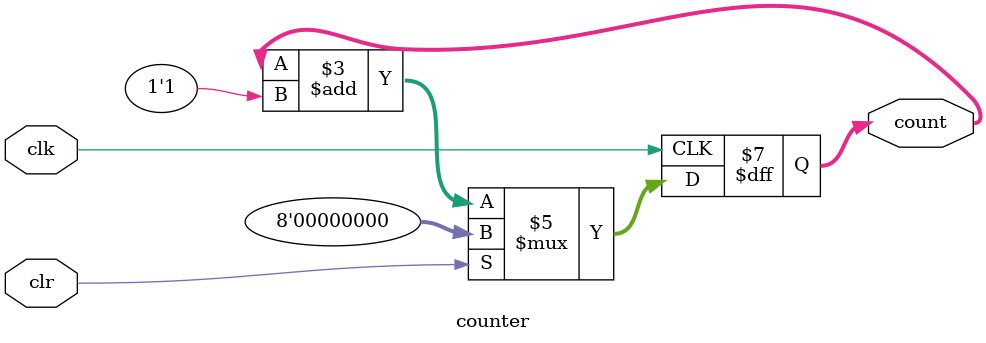
<source format=v>
module counter (
	input clr,
	input clk,
	output reg [7:0]count
);

	always @ (posedge clk)
	begin
		if (clr == 1'b1)
			begin
			count <= 8'b0;
			end
		else
			begin
			count <= count + 1'b1;
			end
	end
endmodule
</source>
